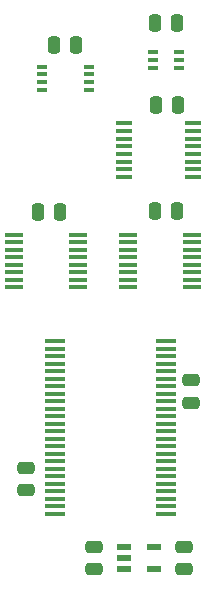
<source format=gtp>
%TF.GenerationSoftware,KiCad,Pcbnew,8.0.7*%
%TF.CreationDate,2025-01-06T11:23:46+02:00*%
%TF.ProjectId,Pixel Doubler,50697865-6c20-4446-9f75-626c65722e6b,V0*%
%TF.SameCoordinates,Original*%
%TF.FileFunction,Paste,Top*%
%TF.FilePolarity,Positive*%
%FSLAX46Y46*%
G04 Gerber Fmt 4.6, Leading zero omitted, Abs format (unit mm)*
G04 Created by KiCad (PCBNEW 8.0.7) date 2025-01-06 11:23:46*
%MOMM*%
%LPD*%
G01*
G04 APERTURE LIST*
G04 Aperture macros list*
%AMRoundRect*
0 Rectangle with rounded corners*
0 $1 Rounding radius*
0 $2 $3 $4 $5 $6 $7 $8 $9 X,Y pos of 4 corners*
0 Add a 4 corners polygon primitive as box body*
4,1,4,$2,$3,$4,$5,$6,$7,$8,$9,$2,$3,0*
0 Add four circle primitives for the rounded corners*
1,1,$1+$1,$2,$3*
1,1,$1+$1,$4,$5*
1,1,$1+$1,$6,$7*
1,1,$1+$1,$8,$9*
0 Add four rect primitives between the rounded corners*
20,1,$1+$1,$2,$3,$4,$5,0*
20,1,$1+$1,$4,$5,$6,$7,0*
20,1,$1+$1,$6,$7,$8,$9,0*
20,1,$1+$1,$8,$9,$2,$3,0*%
G04 Aperture macros list end*
%ADD10RoundRect,0.250000X0.475000X-0.250000X0.475000X0.250000X-0.475000X0.250000X-0.475000X-0.250000X0*%
%ADD11RoundRect,0.250000X0.250000X0.475000X-0.250000X0.475000X-0.250000X-0.475000X0.250000X-0.475000X0*%
%ADD12R,0.950000X0.450000*%
%ADD13R,1.450000X0.450000*%
%ADD14R,1.525000X0.430000*%
%ADD15RoundRect,0.250000X-0.475000X0.250000X-0.475000X-0.250000X0.475000X-0.250000X0.475000X0.250000X0*%
%ADD16R,1.150000X0.600000*%
%ADD17R,1.800000X0.430000*%
%ADD18R,0.875000X0.450000*%
G04 APERTURE END LIST*
D10*
%TO.C,C9*%
X17653000Y-42082000D03*
X17653000Y-40182000D03*
%TD*%
D11*
%TO.C,C3*%
X8554000Y2286000D03*
X6654000Y2286000D03*
%TD*%
%TO.C,C4*%
X17088400Y-11785600D03*
X15188400Y-11785600D03*
%TD*%
%TO.C,C6*%
X17190000Y-2794000D03*
X15290000Y-2794000D03*
%TD*%
%TO.C,C5*%
X7157000Y-11811000D03*
X5257000Y-11811000D03*
%TD*%
D12*
%TO.C,IC3*%
X5645000Y467000D03*
X5645000Y-183000D03*
X5645000Y-833000D03*
X5645000Y-1483000D03*
X9595000Y-1483000D03*
X9595000Y-833000D03*
X9595000Y-183000D03*
X9595000Y467000D03*
%TD*%
D13*
%TO.C,IC6*%
X12569000Y-4329000D03*
X12569000Y-4979000D03*
X12569000Y-5629000D03*
X12569000Y-6279000D03*
X12569000Y-6929000D03*
X12569000Y-7579000D03*
X12569000Y-8229000D03*
X12569000Y-8879000D03*
X18419000Y-8879000D03*
X18419000Y-8229000D03*
X18419000Y-7579000D03*
X18419000Y-6929000D03*
X18419000Y-6279000D03*
X18419000Y-5629000D03*
X18419000Y-4979000D03*
X18419000Y-4329000D03*
%TD*%
D14*
%TO.C,IC1*%
X3257000Y-13780000D03*
X3257000Y-14414000D03*
X3257000Y-15050000D03*
X3257000Y-15684000D03*
X3257000Y-16320000D03*
X3257000Y-16954000D03*
X3257000Y-17590000D03*
X3257000Y-18224000D03*
X8681000Y-18224000D03*
X8681000Y-17590000D03*
X8681000Y-16954000D03*
X8681000Y-16320000D03*
X8681000Y-15684000D03*
X8681000Y-15050000D03*
X8681000Y-14414000D03*
X8681000Y-13780000D03*
%TD*%
D15*
%TO.C,C1*%
X4318000Y-33528000D03*
X4318000Y-35428000D03*
%TD*%
D10*
%TO.C,C8*%
X10033000Y-42082000D03*
X10033000Y-40182000D03*
%TD*%
D16*
%TO.C,IC7*%
X12543000Y-40198000D03*
X12543000Y-41148000D03*
X12543000Y-42098000D03*
X15143000Y-42098000D03*
X15143000Y-40198000D03*
%TD*%
D11*
%TO.C,C2*%
X17063000Y4191000D03*
X15163000Y4191000D03*
%TD*%
D15*
%TO.C,C7*%
X18288000Y-26117000D03*
X18288000Y-28017000D03*
%TD*%
D14*
%TO.C,IC5*%
X12909000Y-13780000D03*
X12909000Y-14414000D03*
X12909000Y-15050000D03*
X12909000Y-15684000D03*
X12909000Y-16320000D03*
X12909000Y-16954000D03*
X12909000Y-17590000D03*
X12909000Y-18224000D03*
X18333000Y-18224000D03*
X18333000Y-17590000D03*
X18333000Y-16954000D03*
X18333000Y-16320000D03*
X18333000Y-15684000D03*
X18333000Y-15050000D03*
X18333000Y-14414000D03*
X18333000Y-13780000D03*
%TD*%
D17*
%TO.C,IC2*%
X16130000Y-37401000D03*
X16130000Y-36767000D03*
X16130000Y-36131000D03*
X16130000Y-35497000D03*
X16130000Y-34861000D03*
X16130000Y-34227000D03*
X16130000Y-33591000D03*
X16130000Y-32957000D03*
X16130000Y-32321000D03*
X16130000Y-31687000D03*
X16130000Y-31051000D03*
X16130000Y-30417000D03*
X16130000Y-29781000D03*
X16130000Y-29147000D03*
X16130000Y-28511000D03*
X16130000Y-27877000D03*
X16130000Y-27241000D03*
X16130000Y-26607000D03*
X16130000Y-25971000D03*
X16130000Y-25337000D03*
X16130000Y-24701000D03*
X16130000Y-24067000D03*
X16130000Y-23431000D03*
X16130000Y-22797000D03*
X6730000Y-22797000D03*
X6730000Y-23431000D03*
X6730000Y-24067000D03*
X6730000Y-24701000D03*
X6730000Y-25337000D03*
X6730000Y-25971000D03*
X6730000Y-26607000D03*
X6730000Y-27241000D03*
X6730000Y-27877000D03*
X6730000Y-28511000D03*
X6730000Y-29147000D03*
X6730000Y-29781000D03*
X6730000Y-30417000D03*
X6730000Y-31051000D03*
X6730000Y-31687000D03*
X6730000Y-32321000D03*
X6730000Y-32957000D03*
X6730000Y-33591000D03*
X6730000Y-34227000D03*
X6730000Y-34861000D03*
X6730000Y-35497000D03*
X6730000Y-36131000D03*
X6730000Y-36767000D03*
X6730000Y-37401000D03*
%TD*%
D18*
%TO.C,IC4*%
X15067000Y1666000D03*
X15067000Y1016000D03*
X15067000Y366000D03*
X17191000Y366000D03*
X17191000Y1016000D03*
X17191000Y1666000D03*
%TD*%
M02*

</source>
